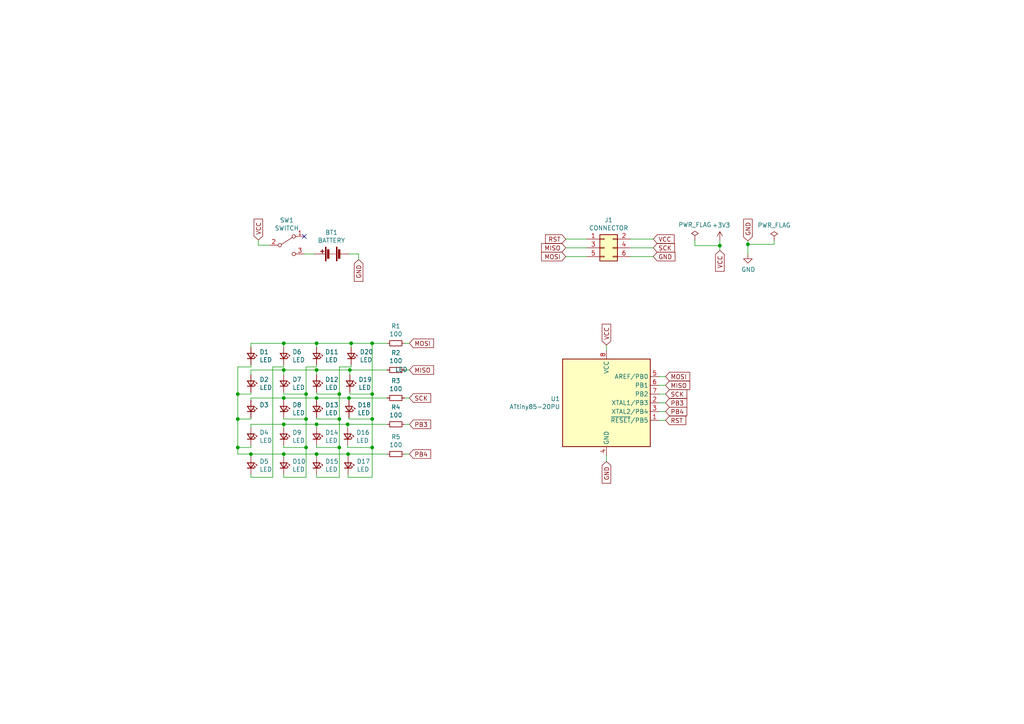
<source format=kicad_sch>
(kicad_sch (version 20211123) (generator eeschema)
  (paper "A4")
  (title_block (title "LED matrix") (rev "1.0") (company "Cristóbal Cuevas Lagos"))
  (lib_symbols
    (symbol "Connector_Generic:Conn_02x03_Odd_Even" (pin_names (offset 1.016) hide)
      (property "Reference" "J" (at 1.27 5.08 0))
      (property "Value" "Conn_02x03_Odd_Even" (at 1.27 -5.08 0))
      (symbol "Conn_02x03_Odd_Even_1_1"
        (rectangle (start -1.27 -2.413) (end 0 -2.667) (stroke (width 0.1524)))
        (rectangle (start -1.27 0.127) (end 0 -0.127) (stroke (width 0.1524)))
        (rectangle (start -1.27 2.667) (end 0 2.413) (stroke (width 0.1524)))
        (rectangle (start -1.27 3.81) (end 3.81 -3.81) (stroke (width 0.254)) (fill (type background)))
        (rectangle (start 3.81 -2.413) (end 2.54 -2.667) (stroke (width 0.1524)))
        (rectangle (start 3.81 0.127) (end 2.54 -0.127) (stroke (width 0.1524)))
        (rectangle (start 3.81 2.667) (end 2.54 2.413) (stroke (width 0.1524)))
        (pin passive line (at -5.08 2.54 0) (length 3.81) (name "Pin_1") (number "1"))
        (pin passive line (at 7.62 2.54 180) (length 3.81) (name "Pin_2") (number "2"))
        (pin passive line (at -5.08 0 0) (length 3.81) (name "Pin_3") (number "3"))
        (pin passive line (at 7.62 0 180) (length 3.81) (name "Pin_4") (number "4"))
        (pin passive line (at -5.08 -2.54 0) (length 3.81) (name "Pin_5") (number "5"))
        (pin passive line (at 7.62 -2.54 180) (length 3.81) (name "Pin_6") (number "6"))
      )
    )
    (symbol "Device:Battery" (pin_numbers hide) (pin_names (offset 0) hide)
      (property "Reference" "BT" (at 2.54 2.54 0))
      (property "Value" "Battery" (at 2.54 0 0))
      (symbol "Battery_0_1"
        (rectangle (start -2.032 -1.397) (end 2.032 -1.651) (fill (type outline)))
        (rectangle (start -2.032 1.778) (end 2.032 1.524) (fill (type outline)))
        (rectangle (start -1.3208 -1.9812) (end 1.27 -2.4892) (fill (type outline)))
        (rectangle (start -1.3208 1.1938) (end 1.27 0.6858) (fill (type outline)))
        (polyline (pts (xy 0 -1.524) (xy 0 -1.27)))
        (polyline (pts (xy 0 -1.016) (xy 0 -0.762)))
        (polyline (pts (xy 0 -0.508) (xy 0 -0.254)))
        (polyline (pts (xy 0 0) (xy 0 0.254)))
        (polyline (pts (xy 0 0.508) (xy 0 0.762)))
        (polyline (pts (xy 0 1.778) (xy 0 2.54)))
        (polyline (pts (xy 0.254 2.667) (xy 1.27 2.667)) (stroke (width 0.254)))
        (polyline (pts (xy 0.762 3.175) (xy 0.762 2.159)) (stroke (width 0.254)))
      )
      (symbol "Battery_1_1"
        (pin passive line (at 0 5.08 270) (length 2.54) (name "+") (number "1"))
        (pin passive line (at 0 -5.08 90) (length 2.54) (name "-") (number "2"))
      )
    )
    (symbol "Device:LED_Small" (pin_numbers hide) (pin_names (offset 0.254) hide)
      (property "Reference" "D" (at -1.27 3.175 0))
      (property "Value" "LED_Small" (at -4.445 -2.54 0))
      (symbol "LED_Small_0_1"
        (polyline (pts (xy -0.762 -1.016) (xy -0.762 1.016)) (stroke (width 0.254)))
        (polyline (pts (xy 1.016 0) (xy -0.762 0)))
        (polyline (pts (xy 0.762 -1.016) (xy -0.762 0) (xy 0.762 1.016) (xy 0.762 -1.016)) (stroke (width 0.254)))
        (polyline (pts (xy 0 0.762) (xy -0.508 1.27) (xy -0.254 1.27) (xy -0.508 1.27) (xy -0.508 1.016)))
        (polyline (pts (xy 0.508 1.27) (xy 0 1.778) (xy 0.254 1.778) (xy 0 1.778) (xy 0 1.524)))
      )
      (symbol "LED_Small_1_1"
        (pin passive line (at -2.54 0 0) (length 1.778) (name "K") (number "1"))
        (pin passive line (at 2.54 0 180) (length 1.778) (name "A") (number "2"))
      )
    )
    (symbol "Device:R_Small" (pin_numbers hide) (pin_names (offset 0.254) hide)
      (property "Reference" "R" (at 0.762 0.508 0))
      (property "Value" "R_Small" (at 0.762 -1.016 0))
      (symbol "R_Small_0_1"
        (rectangle (start -0.762 1.778) (end 0.762 -1.778) (stroke (width 0.2032)))
      )
      (symbol "R_Small_1_1"
        (pin passive line (at 0 2.54 270) (length 0.762) (name "~") (number "1"))
        (pin passive line (at 0 -2.54 90) (length 0.762) (name "~") (number "2"))
      )
    )
    (symbol "MCU_Microchip_ATtiny:ATtiny85-20PU"
      (property "Reference" "U" (at -12.7 13.97 0))
      (property "Value" "MCU_Microchip_ATtiny_ATtiny85-20PU" (at 2.54 -13.97 0))
      (symbol "ATtiny85-20PU_0_1"
        (rectangle (start -12.7 -12.7) (end 12.7 12.7) (stroke (width 0.254)) (fill (type background)))
      )
      (symbol "ATtiny85-20PU_1_1"
        (pin bidirectional line (at 15.24 -5.08 180) (length 2.54) (name "~{RESET}/PB5") (number "1"))
        (pin bidirectional line (at 15.24 0 180) (length 2.54) (name "XTAL1/PB3") (number "2"))
        (pin bidirectional line (at 15.24 -2.54 180) (length 2.54) (name "XTAL2/PB4") (number "3"))
        (pin power_in line (at 0 -15.24 90) (length 2.54) (name "GND") (number "4"))
        (pin bidirectional line (at 15.24 7.62 180) (length 2.54) (name "AREF/PB0") (number "5"))
        (pin bidirectional line (at 15.24 5.08 180) (length 2.54) (name "PB1") (number "6"))
        (pin bidirectional line (at 15.24 2.54 180) (length 2.54) (name "PB2") (number "7"))
        (pin power_in line (at 0 15.24 270) (length 2.54) (name "VCC") (number "8"))
      )
    )
    (symbol "Switch:SW_SPDT" (pin_names (offset 0) hide)
      (property "Reference" "SW" (at 0 4.318 0))
      (property "Value" "SW_SPDT" (at 0 -5.08 0))
      (symbol "SW_SPDT_0_0"
        (circle (center -2.032 0) (radius 0.508))
        (circle (center 2.032 -2.54) (radius 0.508))
      )
      (symbol "SW_SPDT_0_1"
        (polyline (pts (xy -1.524 0.254) (xy 1.651 2.286)))
        (circle (center 2.032 2.54) (radius 0.508))
      )
      (symbol "SW_SPDT_1_1"
        (pin passive line (at 5.08 2.54 180) (length 2.54) (name "A") (number "1"))
        (pin passive line (at -5.08 0 0) (length 2.54) (name "B") (number "2"))
        (pin passive line (at 5.08 -2.54 180) (length 2.54) (name "C") (number "3"))
      )
    )
    (symbol "power:+3V3" (power) (pin_names (offset 0))
      (property "Value" "+3V3" (at 0 3.556 0))
      (symbol "+3V3_0_1"
        (polyline (pts (xy -0.762 1.27) (xy 0 2.54)))
        (polyline (pts (xy 0 0) (xy 0 2.54)))
        (polyline (pts (xy 0 2.54) (xy 0.762 1.27)))
      )
      (symbol "+3V3_1_1"
        (pin power_in line (at 0 0 90) (length 0) hide (name "+3V3") (number "1"))
      )
    )
    (symbol "power:GND" (power) (pin_names (offset 0))
      (property "Value" "GND" (at 0 -3.81 0))
      (symbol "GND_0_1"
        (polyline (pts (xy 0 0) (xy 0 -1.27) (xy 1.27 -1.27) (xy 0 -2.54) (xy -1.27 -1.27) (xy 0 -1.27)))
      )
      (symbol "GND_1_1"
        (pin power_in line (at 0 0 270) (length 0) hide (name "GND") (number "1"))
      )
    )
    (symbol "power:PWR_FLAG" (power) (pin_numbers hide) (pin_names (offset 0) hide)
      (property "Value" "PWR_FLAG" (at 0 3.81 0))
      (symbol "PWR_FLAG_0_0"
        (pin power_out line (at 0 0 90) (length 0) (name "pwr") (number "1"))
      )
      (symbol "PWR_FLAG_0_1"
        (polyline (pts (xy 0 0) (xy 0 1.27) (xy -1.016 1.905) (xy 0 2.54) (xy 1.016 1.905) (xy 0 1.27)))
      )
    )
  )
  (junction (at 68.961 121.539))
  (junction (at 91.821 123.063))
  (junction (at 91.821 131.699))
  (junction (at 91.821 107.315))
  (junction (at 82.296 99.568))
  (junction (at 88.773 114.3))
  (junction (at 88.773 121.539))
  (junction (at 101.473 107.315))
  (junction (at 100.965 131.699))
  (junction (at 82.296 123.063))
  (junction (at 82.296 107.315))
  (junction (at 101.854 99.568))
  (junction (at 107.95 114.3))
  (junction (at 107.95 121.539))
  (junction (at 98.425 114.3))
  (junction (at 91.821 99.568))
  (junction (at 68.961 129.794))
  (junction (at 82.296 131.699))
  (junction (at 107.95 129.794))
  (junction (at 216.916 70.866))
  (junction (at 101.219 115.443))
  (junction (at 107.95 99.568))
  (junction (at 98.425 129.794))
  (junction (at 98.425 121.539))
  (junction (at 91.821 115.443))
  (junction (at 72.771 131.699))
  (junction (at 68.961 114.3))
  (junction (at 100.838 123.063))
  (junction (at 88.773 129.794))
  (junction (at 82.296 115.443))
  (junction (at 208.788 71.247))
  (no_connect (at 88.265 68.58))
  (wire (pts (xy 72.771 116.078) (xy 72.771 115.443)))
  (wire (pts (xy 91.821 138.43) (xy 98.425 138.43)))
  (wire (pts (xy 72.771 137.541) (xy 72.771 138.43)))
  (wire (pts (xy 72.771 107.315) (xy 82.296 107.315)))
  (wire (pts (xy 82.296 137.541) (xy 82.296 138.43)))
  (wire (pts (xy 82.296 123.063) (xy 91.821 123.063)))
  (wire (pts (xy 68.961 106.426) (xy 68.961 114.3)))
  (wire (pts (xy 82.296 100.711) (xy 82.296 99.568)))
  (wire (pts (xy 82.296 138.43) (xy 88.773 138.43)))
  (wire (pts (xy 88.773 121.539) (xy 88.773 114.3)))
  (wire (pts (xy 100.965 138.43) (xy 107.95 138.43)))
  (wire (pts (xy 72.771 99.568) (xy 82.296 99.568)))
  (wire (pts (xy 191.135 121.92) (xy 193.04 121.92)))
  (wire (pts (xy 82.296 129.159) (xy 82.296 129.794)))
  (wire (pts (xy 68.961 114.3) (xy 68.961 121.539)))
  (wire (pts (xy 91.821 114.3) (xy 98.425 114.3)))
  (wire (pts (xy 88.773 114.3) (xy 88.773 106.426)))
  (wire (pts (xy 98.425 138.43) (xy 98.425 129.794)))
  (wire (pts (xy 91.821 116.078) (xy 91.821 115.443)))
  (wire (pts (xy 101.219 121.539) (xy 107.95 121.539)))
  (wire (pts (xy 72.771 129.159) (xy 72.771 129.794)))
  (wire (pts (xy 91.821 123.063) (xy 100.838 123.063)))
  (wire (pts (xy 72.771 124.079) (xy 72.771 123.063)))
  (wire (pts (xy 88.773 138.43) (xy 88.773 129.794)))
  (wire (pts (xy 107.95 99.568) (xy 101.854 99.568)))
  (wire (pts (xy 82.296 121.158) (xy 82.296 121.539)))
  (wire (pts (xy 101.473 114.3) (xy 107.95 114.3)))
  (wire (pts (xy 216.916 70.866) (xy 216.916 73.787)))
  (wire (pts (xy 68.961 129.794) (xy 68.961 131.699)))
  (wire (pts (xy 82.296 113.792) (xy 82.296 114.3)))
  (wire (pts (xy 82.296 108.712) (xy 82.296 107.315)))
  (wire (pts (xy 175.895 100.076) (xy 175.895 101.6)))
  (wire (pts (xy 72.771 121.158) (xy 72.771 121.539)))
  (wire (pts (xy 91.821 106.426) (xy 91.821 105.791)))
  (wire (pts (xy 216.916 69.85) (xy 216.916 70.866)))
  (wire (pts (xy 72.771 113.792) (xy 72.771 114.3)))
  (wire (pts (xy 107.95 138.43) (xy 107.95 129.794)))
  (wire (pts (xy 117.348 131.699) (xy 118.745 131.699)))
  (wire (pts (xy 101.219 116.078) (xy 101.219 115.443)))
  (wire (pts (xy 107.95 129.794) (xy 107.95 121.539)))
  (wire (pts (xy 72.771 114.3) (xy 68.961 114.3)))
  (wire (pts (xy 72.771 131.699) (xy 82.296 131.699)))
  (wire (pts (xy 101.219 121.158) (xy 101.219 121.539)))
  (wire (pts (xy 182.88 74.422) (xy 189.484 74.422)))
  (wire (pts (xy 72.771 123.063) (xy 82.296 123.063)))
  (wire (pts (xy 82.296 116.078) (xy 82.296 115.443)))
  (wire (pts (xy 82.296 106.426) (xy 82.296 105.791)))
  (wire (pts (xy 170.18 74.422) (xy 164.084 74.422)))
  (wire (pts (xy 91.821 107.315) (xy 101.473 107.315)))
  (wire (pts (xy 117.348 99.568) (xy 118.745 99.568)))
  (wire (pts (xy 98.425 114.3) (xy 98.425 106.426)))
  (wire (pts (xy 191.135 111.76) (xy 193.04 111.76)))
  (wire (pts (xy 79.121 106.426) (xy 82.296 106.426)))
  (wire (pts (xy 72.771 131.699) (xy 72.771 132.461)))
  (wire (pts (xy 101.854 99.568) (xy 101.854 100.711)))
  (wire (pts (xy 191.135 109.22) (xy 193.04 109.22)))
  (wire (pts (xy 91.821 115.443) (xy 101.219 115.443)))
  (wire (pts (xy 74.93 71.12) (xy 78.105 71.12)))
  (wire (pts (xy 98.425 129.794) (xy 98.425 121.539)))
  (wire (pts (xy 191.135 119.38) (xy 193.04 119.38)))
  (wire (pts (xy 72.771 115.443) (xy 82.296 115.443)))
  (wire (pts (xy 100.838 129.794) (xy 107.95 129.794)))
  (wire (pts (xy 191.135 114.3) (xy 193.04 114.3)))
  (wire (pts (xy 82.296 129.794) (xy 88.773 129.794)))
  (wire (pts (xy 117.348 107.315) (xy 118.745 107.315)))
  (wire (pts (xy 72.771 106.426) (xy 68.961 106.426)))
  (wire (pts (xy 107.95 99.568) (xy 112.268 99.568)))
  (wire (pts (xy 91.821 131.699) (xy 100.965 131.699)))
  (wire (pts (xy 82.296 115.443) (xy 91.821 115.443)))
  (wire (pts (xy 88.773 106.426) (xy 91.821 106.426)))
  (wire (pts (xy 101.473 108.712) (xy 101.473 107.315)))
  (wire (pts (xy 201.549 69.596) (xy 201.549 71.247)))
  (wire (pts (xy 82.296 121.539) (xy 88.773 121.539)))
  (wire (pts (xy 72.771 129.794) (xy 68.961 129.794)))
  (wire (pts (xy 107.95 114.3) (xy 107.95 99.568)))
  (wire (pts (xy 191.135 116.84) (xy 193.04 116.84)))
  (wire (pts (xy 88.773 129.794) (xy 88.773 121.539)))
  (wire (pts (xy 68.961 121.539) (xy 68.961 129.794)))
  (wire (pts (xy 72.771 138.43) (xy 79.121 138.43)))
  (wire (pts (xy 100.965 131.699) (xy 100.965 132.461)))
  (wire (pts (xy 100.838 129.159) (xy 100.838 129.794)))
  (wire (pts (xy 72.771 108.712) (xy 72.771 107.315)))
  (wire (pts (xy 104.013 73.66) (xy 104.013 75.311)))
  (wire (pts (xy 117.348 123.063) (xy 118.745 123.063)))
  (wire (pts (xy 91.821 113.792) (xy 91.821 114.3)))
  (wire (pts (xy 101.219 115.443) (xy 112.268 115.443)))
  (wire (pts (xy 91.821 129.794) (xy 98.425 129.794)))
  (wire (pts (xy 72.771 105.791) (xy 72.771 106.426)))
  (wire (pts (xy 98.425 106.426) (xy 101.854 106.426)))
  (wire (pts (xy 182.88 71.882) (xy 189.484 71.882)))
  (wire (pts (xy 91.821 124.079) (xy 91.821 123.063)))
  (wire (pts (xy 201.549 71.247) (xy 208.788 71.247)))
  (wire (pts (xy 107.95 121.539) (xy 107.95 114.3)))
  (wire (pts (xy 91.821 100.711) (xy 91.821 99.568)))
  (wire (pts (xy 98.425 121.539) (xy 98.425 114.3)))
  (wire (pts (xy 175.895 133.858) (xy 175.895 132.08)))
  (wire (pts (xy 100.965 131.699) (xy 112.268 131.699)))
  (wire (pts (xy 82.296 114.3) (xy 88.773 114.3)))
  (wire (pts (xy 224.536 69.723) (xy 224.536 70.866)))
  (wire (pts (xy 164.084 69.342) (xy 170.18 69.342)))
  (wire (pts (xy 224.536 70.866) (xy 216.916 70.866)))
  (wire (pts (xy 82.296 99.568) (xy 91.821 99.568)))
  (wire (pts (xy 68.961 131.699) (xy 72.771 131.699)))
  (wire (pts (xy 91.821 121.158) (xy 91.821 121.539)))
  (wire (pts (xy 79.121 106.426) (xy 79.121 138.43)))
  (wire (pts (xy 72.771 121.539) (xy 68.961 121.539)))
  (wire (pts (xy 72.771 99.568) (xy 72.771 100.711)))
  (wire (pts (xy 101.219 73.66) (xy 104.013 73.66)))
  (wire (pts (xy 101.473 113.792) (xy 101.473 114.3)))
  (wire (pts (xy 101.473 107.315) (xy 112.268 107.315)))
  (wire (pts (xy 100.838 124.079) (xy 100.838 123.063)))
  (wire (pts (xy 100.838 123.063) (xy 112.268 123.063)))
  (wire (pts (xy 91.821 129.159) (xy 91.821 129.794)))
  (wire (pts (xy 182.88 69.342) (xy 189.484 69.342)))
  (wire (pts (xy 88.265 73.66) (xy 91.059 73.66)))
  (wire (pts (xy 82.296 131.699) (xy 91.821 131.699)))
  (wire (pts (xy 117.348 115.443) (xy 118.745 115.443)))
  (wire (pts (xy 91.821 132.461) (xy 91.821 131.699)))
  (wire (pts (xy 91.821 99.568) (xy 101.854 99.568)))
  (wire (pts (xy 91.821 137.541) (xy 91.821 138.43)))
  (wire (pts (xy 74.93 69.596) (xy 74.93 71.12)))
  (wire (pts (xy 208.788 69.723) (xy 208.788 71.247)))
  (wire (pts (xy 82.296 132.461) (xy 82.296 131.699)))
  (wire (pts (xy 170.18 71.882) (xy 164.084 71.882)))
  (wire (pts (xy 91.821 121.539) (xy 98.425 121.539)))
  (wire (pts (xy 91.821 108.712) (xy 91.821 107.315)))
  (wire (pts (xy 100.965 137.541) (xy 100.965 138.43)))
  (wire (pts (xy 101.854 106.426) (xy 101.854 105.791)))
  (wire (pts (xy 208.788 71.247) (xy 208.788 72.644)))
  (wire (pts (xy 82.296 107.315) (xy 91.821 107.315)))
  (wire (pts (xy 82.296 124.079) (xy 82.296 123.063)))
  (global_label "PB4" (shape input) (at 193.04 119.38 0) (property "Intersheet References" "${INTERSHEET_REFS}" (effects hide)))
  (global_label "SCK" (shape input) (at 118.745 115.443 0) (property "Intersheet References" "${INTERSHEET_REFS}" (effects hide)))
  (global_label "PB3" (shape input) (at 193.04 116.84 0) (property "Intersheet References" "${INTERSHEET_REFS}" (effects hide)))
  (global_label "SCK" (shape input) (at 189.484 71.882 0) (property "Intersheet References" "${INTERSHEET_REFS}" (effects hide)))
  (global_label "MOSI" (shape input) (at 164.084 74.422 180) (property "Intersheet References" "${INTERSHEET_REFS}" (effects hide)))
  (global_label "MISO" (shape input) (at 164.084 71.882 180) (property "Intersheet References" "${INTERSHEET_REFS}" (effects hide)))
  (global_label "GND" (shape input) (at 216.916 69.85 90) (property "Intersheet References" "${INTERSHEET_REFS}" (effects hide)))
  (global_label "VCC" (shape input) (at 74.93 69.596 90) (property "Intersheet References" "${INTERSHEET_REFS}" (effects hide)))
  (global_label "GND" (shape input) (at 104.013 75.311 270) (property "Intersheet References" "${INTERSHEET_REFS}" (effects hide)))
  (global_label "GND" (shape input) (at 189.484 74.422 0) (property "Intersheet References" "${INTERSHEET_REFS}" (effects hide)))
  (global_label "MOSI" (shape input) (at 193.04 109.22 0) (property "Intersheet References" "${INTERSHEET_REFS}" (effects hide)))
  (global_label "MISO" (shape input) (at 118.745 107.315 0) (property "Intersheet References" "${INTERSHEET_REFS}" (effects hide)))
  (global_label "RST" (shape input) (at 193.04 121.92 0) (property "Intersheet References" "${INTERSHEET_REFS}" (effects hide)))
  (global_label "PB4" (shape input) (at 118.745 131.699 0) (property "Intersheet References" "${INTERSHEET_REFS}" (effects hide)))
  (global_label "VCC" (shape input) (at 189.484 69.342 0) (property "Intersheet References" "${INTERSHEET_REFS}" (effects hide)))
  (global_label "RST" (shape input) (at 164.084 69.342 180) (property "Intersheet References" "${INTERSHEET_REFS}" (effects hide)))
  (global_label "MISO" (shape input) (at 193.04 111.76 0) (property "Intersheet References" "${INTERSHEET_REFS}" (effects hide)))
  (global_label "PB3" (shape input) (at 118.745 123.063 0) (property "Intersheet References" "${INTERSHEET_REFS}" (effects hide)))
  (global_label "SCK" (shape input) (at 193.04 114.3 0) (property "Intersheet References" "${INTERSHEET_REFS}" (effects hide)))
  (global_label "GND" (shape input) (at 175.895 133.858 270) (property "Intersheet References" "${INTERSHEET_REFS}" (effects hide)))
  (global_label "VCC" (shape input) (at 175.895 100.076 90) (property "Intersheet References" "${INTERSHEET_REFS}" (effects hide)))
  (global_label "VCC" (shape input) (at 208.788 72.644 270) (property "Intersheet References" "${INTERSHEET_REFS}" (effects hide)))
  (global_label "MOSI" (shape input) (at 118.745 99.568 0) (property "Intersheet References" "${INTERSHEET_REFS}" (effects hide)))
  (symbol (lib_id "MCU_Microchip_ATtiny:ATtiny85-20PU") (at 175.895 116.84 0) (unit 1)
    (property "Reference" "U1" (at 162.4584 115.6716 0) (effects (justify right)))
    (property "Value" "ATtiny85-20PU" (at 162.4584 117.983 0) (effects (justify right)))
    (property "Footprint" "Package_DIP:DIP-8_W7.62mm" (effects hide))
    (property "Datasheet" "http://ww1.microchip.com/downloads/en/DeviceDoc/atmel-2586-avr-8-bit-microcontroller-attiny25-attiny45-attiny85_datasheet.pdf" (effects hide))
  )
  (symbol (lib_id "Connector_Generic:Conn_02x03_Odd_Even") (at 175.26 71.882 0) (unit 1)
    (property "Reference" "J1" (at 176.53 63.8302 0))
    (property "Value" "CONNECTOR" (at 176.53 66.1416 0))
    (property "Footprint" "Connector_PinHeader_2.54mm:PinHeader_2x03_P2.54mm_Vertical" (effects hide))
  )
  (symbol (lib_id "power:+3V3") (at 208.788 69.723 0) (unit 1)
    (property "Reference" "#PWR01" (effects hide))
    (property "Value" "+3V3" (at 209.169 65.3288 0))
  )
  (symbol (lib_id "power:GND") (at 216.916 73.787 0) (unit 1)
    (property "Reference" "#PWR02" (effects hide))
    (property "Value" "GND" (at 217.043 78.1812 0))
  )
  (symbol (lib_id "Device:Battery") (at 96.139 73.66 90) (unit 1)
    (property "Reference" "BT1" (at 96.139 67.437 90))
    (property "Value" "BATTERY" (at 96.139 69.7484 90))
    (property "Footprint" "Battery:BatteryHolder_Keystone_103_1x20mm" (effects hide))
  )
  (symbol (lib_id "Switch:SW_SPDT") (at 83.185 71.12 0) (unit 1)
    (property "Reference" "SW1" (at 83.185 63.881 0))
    (property "Value" "SWITCH" (at 83.185 66.1924 0))
    (property "Footprint" "Button_Switch_THT:SW_CuK_JS202011CQN_DPDT_Straight" (effects hide))
  )
  (symbol (lib_id "Device:R_Small") (at 114.808 99.568 270) (unit 1)
    (property "Reference" "R1" (at 114.808 94.5896 90))
    (property "Value" "100" (at 114.808 96.901 90))
    (property "Footprint" "Resistor_THT:R_Axial_DIN0204_L3.6mm_D1.6mm_P5.08mm_Horizontal" (effects hide))
  )
  (symbol (lib_id "Device:LED_Small") (at 101.854 103.251 270) (mirror x) (unit 1)
    (property "Reference" "D20" (at 104.3432 102.0826 90) (effects (justify left)))
    (property "Value" "LED" (at 104.3432 104.394 90) (effects (justify left)))
    (property "Footprint" "LED_THT:LED_D3.0mm" (effects hide))
  )
  (symbol (lib_id "Device:R_Small") (at 114.808 107.315 270) (unit 1)
    (property "Reference" "R2" (at 114.808 102.3366 90))
    (property "Value" "100" (at 114.808 104.648 90))
    (property "Footprint" "Resistor_THT:R_Axial_DIN0204_L3.6mm_D1.6mm_P5.08mm_Horizontal" (effects hide))
  )
  (symbol (lib_id "Device:R_Small") (at 114.808 115.443 270) (unit 1)
    (property "Reference" "R3" (at 114.808 110.4646 90))
    (property "Value" "100" (at 114.808 112.776 90))
    (property "Footprint" "Resistor_THT:R_Axial_DIN0204_L3.6mm_D1.6mm_P5.08mm_Horizontal" (effects hide))
  )
  (symbol (lib_id "Device:R_Small") (at 114.808 123.063 270) (unit 1)
    (property "Reference" "R4" (at 114.808 118.0846 90))
    (property "Value" "100" (at 114.808 120.396 90))
    (property "Footprint" "Resistor_THT:R_Axial_DIN0204_L3.6mm_D1.6mm_P5.08mm_Horizontal" (effects hide))
  )
  (symbol (lib_id "Device:R_Small") (at 114.808 131.699 270) (unit 1)
    (property "Reference" "R5" (at 114.808 126.7206 90))
    (property "Value" "100" (at 114.808 129.032 90))
    (property "Footprint" "Resistor_THT:R_Axial_DIN0204_L3.6mm_D1.6mm_P5.08mm_Horizontal" (effects hide))
  )
  (symbol (lib_id "Device:LED_Small") (at 91.821 103.251 270) (mirror x) (unit 1)
    (property "Reference" "D11" (at 94.3102 102.0826 90) (effects (justify left)))
    (property "Value" "LED" (at 94.3102 104.394 90) (effects (justify left)))
    (property "Footprint" "LED_THT:LED_D3.0mm" (effects hide))
  )
  (symbol (lib_id "Device:LED_Small") (at 82.296 103.251 270) (mirror x) (unit 1)
    (property "Reference" "D6" (at 84.7852 102.0826 90) (effects (justify left)))
    (property "Value" "LED" (at 84.7852 104.394 90) (effects (justify left)))
    (property "Footprint" "LED_THT:LED_D3.0mm" (effects hide))
  )
  (symbol (lib_id "Device:LED_Small") (at 72.771 103.251 270) (mirror x) (unit 1)
    (property "Reference" "D1" (at 75.2602 102.0826 90) (effects (justify left)))
    (property "Value" "LED" (at 75.2602 104.394 90) (effects (justify left)))
    (property "Footprint" "LED_THT:LED_D3.0mm" (effects hide))
  )
  (symbol (lib_id "Device:LED_Small") (at 101.473 111.252 270) (mirror x) (unit 1)
    (property "Reference" "D19" (at 103.9622 110.0836 90) (effects (justify left)))
    (property "Value" "LED" (at 103.9622 112.395 90) (effects (justify left)))
    (property "Footprint" "LED_THT:LED_D3.0mm" (effects hide))
  )
  (symbol (lib_id "Device:LED_Small") (at 91.821 111.252 270) (mirror x) (unit 1)
    (property "Reference" "D12" (at 94.3102 110.0836 90) (effects (justify left)))
    (property "Value" "LED" (at 94.3102 112.395 90) (effects (justify left)))
    (property "Footprint" "LED_THT:LED_D3.0mm" (effects hide))
  )
  (symbol (lib_id "Device:LED_Small") (at 82.296 111.252 270) (mirror x) (unit 1)
    (property "Reference" "D7" (at 84.7852 110.0836 90) (effects (justify left)))
    (property "Value" "LED" (at 84.7852 112.395 90) (effects (justify left)))
    (property "Footprint" "LED_THT:LED_D3.0mm" (effects hide))
  )
  (symbol (lib_id "Device:LED_Small") (at 72.771 111.252 270) (mirror x) (unit 1)
    (property "Reference" "D2" (at 75.2602 110.0836 90) (effects (justify left)))
    (property "Value" "LED" (at 75.2602 112.395 90) (effects (justify left)))
    (property "Footprint" "LED_THT:LED_D3.0mm" (effects hide))
  )
  (symbol (lib_id "Device:LED_Small") (at 101.219 118.618 270) (mirror x) (unit 1)
    (property "Reference" "D18" (at 103.7082 117.4496 90) (effects (justify left)))
    (property "Value" "LED" (at 103.7082 119.761 90) (effects (justify left)))
    (property "Footprint" "LED_THT:LED_D3.0mm" (effects hide))
  )
  (symbol (lib_id "Device:LED_Small") (at 91.821 118.618 270) (mirror x) (unit 1)
    (property "Reference" "D13" (at 94.3102 117.4496 90) (effects (justify left)))
    (property "Value" "LED" (at 94.3102 119.761 90) (effects (justify left)))
    (property "Footprint" "LED_THT:LED_D3.0mm" (effects hide))
  )
  (symbol (lib_id "Device:LED_Small") (at 82.296 118.618 270) (mirror x) (unit 1)
    (property "Reference" "D8" (at 84.7852 117.4496 90) (effects (justify left)))
    (property "Value" "LED" (at 84.7852 119.761 90) (effects (justify left)))
    (property "Footprint" "LED_THT:LED_D3.0mm" (effects hide))
  )
  (symbol (lib_id "Device:LED_Small") (at 72.771 118.618 270) (mirror x) (unit 1)
    (property "Reference" "D3" (at 75.2602 117.4496 90) (effects (justify left)))
    (property "Value" "LED" (at 114.554 107.188 90) (effects (justify left)))
    (property "Footprint" "LED_THT:LED_D3.0mm" (effects hide))
  )
  (symbol (lib_id "Device:LED_Small") (at 100.838 126.619 270) (mirror x) (unit 1)
    (property "Reference" "D16" (at 103.3272 125.4506 90) (effects (justify left)))
    (property "Value" "LED" (at 103.3272 127.762 90) (effects (justify left)))
    (property "Footprint" "LED_THT:LED_D3.0mm" (effects hide))
  )
  (symbol (lib_id "Device:LED_Small") (at 91.821 126.619 270) (mirror x) (unit 1)
    (property "Reference" "D14" (at 94.3102 125.4506 90) (effects (justify left)))
    (property "Value" "LED" (at 94.3102 127.762 90) (effects (justify left)))
    (property "Footprint" "LED_THT:LED_D3.0mm" (effects hide))
  )
  (symbol (lib_id "Device:LED_Small") (at 82.296 126.619 270) (mirror x) (unit 1)
    (property "Reference" "D9" (at 84.7852 125.4506 90) (effects (justify left)))
    (property "Value" "LED" (at 84.7852 127.762 90) (effects (justify left)))
    (property "Footprint" "LED_THT:LED_D3.0mm" (effects hide))
  )
  (symbol (lib_id "Device:LED_Small") (at 72.771 126.619 270) (mirror x) (unit 1)
    (property "Reference" "D4" (at 75.2602 125.4506 90) (effects (justify left)))
    (property "Value" "LED" (at 75.2602 127.762 90) (effects (justify left)))
    (property "Footprint" "LED_THT:LED_D3.0mm" (effects hide))
  )
  (symbol (lib_id "Device:LED_Small") (at 100.965 135.001 270) (mirror x) (unit 1)
    (property "Reference" "D17" (at 103.4542 133.8326 90) (effects (justify left)))
    (property "Value" "LED" (at 103.4542 136.144 90) (effects (justify left)))
    (property "Footprint" "LED_THT:LED_D3.0mm" (effects hide))
  )
  (symbol (lib_id "Device:LED_Small") (at 91.821 135.001 270) (mirror x) (unit 1)
    (property "Reference" "D15" (at 94.3102 133.8326 90) (effects (justify left)))
    (property "Value" "LED" (at 94.3102 136.144 90) (effects (justify left)))
    (property "Footprint" "LED_THT:LED_D3.0mm" (effects hide))
  )
  (symbol (lib_id "Device:LED_Small") (at 82.296 135.001 270) (mirror x) (unit 1)
    (property "Reference" "D10" (at 84.7852 133.8326 90) (effects (justify left)))
    (property "Value" "LED" (at 84.7852 136.144 90) (effects (justify left)))
    (property "Footprint" "LED_THT:LED_D3.0mm" (effects hide))
  )
  (symbol (lib_id "Device:LED_Small") (at 72.771 135.001 270) (mirror x) (unit 1)
    (property "Reference" "D5" (at 75.2602 133.8326 90) (effects (justify left)))
    (property "Value" "LED" (at 75.2602 136.144 90) (effects (justify left)))
    (property "Footprint" "LED_THT:LED_D3.0mm" (effects hide))
  )
  (symbol (lib_id "power:PWR_FLAG") (at 201.549 69.596 0) (unit 1)
    (property "Reference" "#FLG0101" (effects hide))
    (property "Value" "PWR_FLAG" (at 201.549 65.2018 0))
  )
  (symbol (lib_id "power:PWR_FLAG") (at 224.536 69.723 0) (unit 1)
    (property "Reference" "#FLG0102" (effects hide))
    (property "Value" "PWR_FLAG" (at 224.536 65.3288 0))
  )
)
</source>
